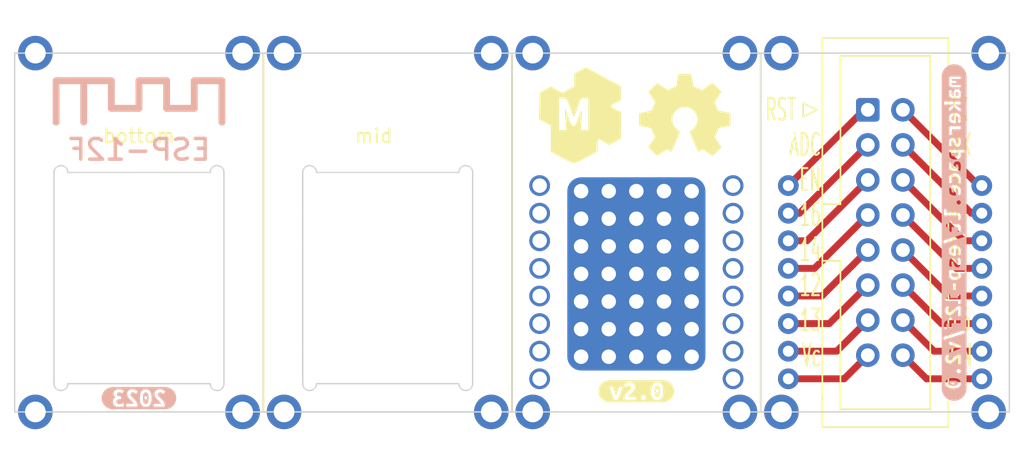
<source format=kicad_pcb>
(kicad_pcb (version 20211014) (generator pcbnew)
  (layers (0 "F.Cu" signal) (31 "B.Cu" signal) (34 "B.Paste" user) (35 "F.Paste" user) (36 "B.SilkS" user "B.Silkscreen") (37 "F.SilkS" user "F.Silkscreen") (38 "B.Mask" user) (39 "F.Mask" user) (44 "Edge.Cuts" user))
  (net 0 "")
  (net 1 "RST")
  (net 2 "TX")
  (net 3 "ADC")
  (net 4 "RX")
  (net 5 "EN")
  (net 6 "IO5")
  (net 7 "IO16")
  (net 8 "IO4")
  (net 9 "IO14")
  (net 10 "IO0")
  (net 11 "IO12")
  (net 12 "IO2")
  (net 13 "IO13")
  (net 14 "IO15")
  (net 15 "Vcc")
  (net 16 "GND")
  (footprint "-local:logo_kms_small_silkscreen" (layer "F.Cu") (at 153 104.474422)
    (fp_text reference "G2" hide)
    (fp_text value "LOGO_KMS" hide)
  )
  (footprint "-local:esp-top" (layer "F.Cu") (at 166.5 100)
    (fp_text reference "U1" hide)
    (fp_text value "top")
    (pad "1" thru_hole circle (at 2 9.6) (size 1.5 1.5) (drill 0.8) (layers *.Cu *.Mask) (net 1 "RST"))
    (pad "2" thru_hole circle (at 2 11.6) (size 1.5 1.5) (drill 0.8) (layers *.Cu *.Mask) (net 3 "ADC"))
    (pad "3" thru_hole circle (at 2 13.6) (size 1.5 1.5) (drill 0.8) (layers *.Cu *.Mask) (net 5 "EN"))
    (pad "4" thru_hole circle (at 2 15.6) (size 1.5 1.5) (drill 0.8) (layers *.Cu *.Mask) (net 7 "IO16"))
    (pad "5" thru_hole circle (at 2 17.6) (size 1.5 1.5) (drill 0.8) (layers *.Cu *.Mask) (net 9 "IO14"))
    (pad "6" thru_hole circle (at 2 19.6) (size 1.5 1.5) (drill 0.8) (layers *.Cu *.Mask) (net 11 "IO12"))
    (pad "7" thru_hole circle (at 2 21.6) (size 1.5 1.5) (drill 0.8) (layers *.Cu *.Mask) (net 13 "IO13"))
    (pad "8" thru_hole circle (at 2 23.6) (size 1.5 1.5) (drill 0.8) (layers *.Cu *.Mask) (net 15 "Vcc"))
    (pad "9" thru_hole circle (at 16 23.6) (size 1.5 1.5) (drill 0.8) (layers *.Cu *.Mask) (net 16 "GND"))
    (pad "10" thru_hole circle (at 16 21.6) (size 1.5 1.5) (drill 0.8) (layers *.Cu *.Mask) (net 14 "IO15"))
    (pad "11" thru_hole circle (at 16 19.6) (size 1.5 1.5) (drill 0.8) (layers *.Cu *.Mask) (net 12 "IO2"))
    (pad "12" thru_hole circle (at 16 17.6) (size 1.5 1.5) (drill 0.8) (layers *.Cu *.Mask) (net 10 "IO0"))
    (pad "13" thru_hole circle (at 16 15.6) (size 1.5 1.5) (drill 0.8) (layers *.Cu *.Mask) (net 8 "IO4"))
    (pad "14" thru_hole circle (at 16 13.6) (size 1.5 1.5) (drill 0.8) (layers *.Cu *.Mask) (net 6 "IO5"))
    (pad "15" thru_hole circle (at 16 11.6) (size 1.5 1.5) (drill 0.8) (layers *.Cu *.Mask) (net 4 "RX"))
    (pad "16" thru_hole circle (at 16 9.6) (size 1.5 1.5) (drill 0.8) (layers *.Cu *.Mask) (net 2 "TX"))
  )
  (footprint "Symbol:OSHW-Symbol_6.7x6mm_SilkScreen" (layer "F.Cu") (at 161 104.5)
    (fp_text reference "G1" hide)
    (fp_text value "Logo_Open_Hardware_Large" hide)
  )
  (footprint "-local:esp-bottom" (layer "F.Cu") (at 112.5 100)
    (fp_text reference "SYM6" hide)
    (fp_text value "bottom")
    (fp_text user "ESP-12F" (at 9 7 unlocked) (layer "B.SilkS") (effects (font (size 1.5 1.5) (thickness 0.25)) (justify mirror)))
    (fp_text user "bottom" (at 9 6 unlocked) (layer "F.SilkS"))
    (pad "" np_thru_hole circle (at 2 23.6) (size 1.05 1.05) (drill 1.05) (layers F&B.Cu *.Mask))
    (pad "" np_thru_hole circle (at 16 19.6) (size 1.05 1.05) (drill 1.05) (layers F&B.Cu *.Mask))
    (pad "" np_thru_hole circle (at 2 13.6) (size 1.05 1.05) (drill 1.05) (layers F&B.Cu *.Mask))
    (pad "" np_thru_hole circle (at 2 11.6) (size 1.05 1.05) (drill 1.05) (layers F&B.Cu *.Mask))
    (pad "" np_thru_hole circle (at 2 15.6) (size 1.05 1.05) (drill 1.05) (layers F&B.Cu *.Mask))
    (pad "" np_thru_hole circle (at 16 9.6) (size 1.05 1.05) (drill 1.05) (layers F&B.Cu *.Mask))
    (pad "" np_thru_hole circle (at 2 9.6) (size 1.05 1.05) (drill 1.05) (layers F&B.Cu *.Mask))
    (pad "" np_thru_hole circle (at 16 23.6) (size 1.05 1.05) (drill 1.05) (layers F&B.Cu *.Mask))
    (pad "" np_thru_hole circle (at 2 17.6) (size 1.05 1.05) (drill 1.05) (layers F&B.Cu *.Mask))
    (pad "" np_thru_hole circle (at 16 13.6) (size 1.05 1.05) (drill 1.05) (layers F&B.Cu *.Mask))
    (pad "" np_thru_hole circle (at 2 19.6) (size 1.05 1.05) (drill 1.05) (layers F&B.Cu *.Mask))
    (pad "" np_thru_hole circle (at 16 17.6) (size 1.05 1.05) (drill 1.05) (layers F&B.Cu *.Mask))
    (pad "" np_thru_hole circle (at 16 11.6) (size 1.05 1.05) (drill 1.05) (layers F&B.Cu *.Mask))
    (pad "" np_thru_hole circle (at 16 21.6) (size 1.05 1.05) (drill 1.05) (layers F&B.Cu *.Mask))
    (pad "" np_thru_hole circle (at 2 21.6) (size 1.05 1.05) (drill 1.05) (layers F&B.Cu *.Mask))
    (pad "" np_thru_hole circle (at 16 15.6) (size 1.05 1.05) (drill 1.05) (layers F&B.Cu *.Mask))
  )
  (footprint "kibuzzard-64235F4D" (layer "F.Cu") (at 157.5 124.5)
    (fp_text reference "kibuzzard-64235F4D" hide)
    (fp_text value "G***" hide)
  )
  (footprint "-local:board" (layer "F.Cu") (at 112.5 100)
    (fp_text reference "SYM1" hide)
    (fp_text value "board_outline")
    (pad "" np_thru_hole circle (at 16 3) (size 0.9 0.9) (drill 0.9) (layers F&B.Cu *.Mask))
    (pad "" np_thru_hole circle (at 5 25) (size 0.9 0.9) (drill 0.9) (layers F&B.Cu *.Mask))
    (pad "" np_thru_hole circle (at 2 6) (size 0.9 0.9) (drill 0.9) (layers F&B.Cu *.Mask))
    (pad "1" thru_hole circle (at 1.5 0) (size 2.5 2.5) (drill 1.5) (layers *.Cu *.Mask))
    (pad "2" thru_hole circle (at 16.5 0) (size 2.5 2.5) (drill 1.5) (layers *.Cu *.Mask))
    (pad "3" thru_hole circle (at 16.5 26) (size 2.5 2.5) (drill 1.5) (layers *.Cu *.Mask))
    (pad "4" thru_hole circle (at 1.5 26) (size 2.5 2.5) (drill 1.5) (layers *.Cu *.Mask))
  )
  (footprint "-local:esp-magnets" (layer "F.Cu") (at 148.5 100)
    (fp_text reference "U2" hide)
    (fp_text value "mag")
    (pad "" thru_hole circle (at 11 12) (size 1.5 1.5) (drill 1.05) (layers *.Cu *.Mask))
    (pad "" thru_hole circle (at 11 20) (size 1.5 1.5) (drill 1.05) (layers *.Cu *.Mask))
    (pad "" thru_hole circle (at 7 16) (size 1.5 1.5) (drill 1.05) (layers *.Cu *.Mask))
    (pad "" thru_hole circle (at 5 10) (size 1.5 1.5) (drill 1.05) (layers *.Cu *.Mask))
    (pad "" thru_hole circle (at 9 22) (size 1.5 1.5) (drill 1.05) (layers *.Cu *.Mask))
    (pad "" thru_hole circle (at 5 14) (size 1.5 1.5) (drill 1.05) (layers *.Cu *.Mask))
    (pad "" thru_hole circle (at 13 12) (size 1.5 1.5) (drill 1.05) (layers *.Cu *.Mask))
    (pad "" thru_hole circle (at 9 10) (size 1.5 1.5) (drill 1.05) (layers *.Cu *.Mask))
    (pad "" thru_hole circle (at 5 18) (size 1.5 1.5) (drill 1.05) (layers *.Cu *.Mask))
    (pad "" thru_hole circle (at 13 18) (size 1.5 1.5) (drill 1.05) (layers *.Cu *.Mask))
    (pad "" thru_hole circle (at 7 22) (size 1.5 1.5) (drill 1.05) (layers *.Cu *.Mask))
    (pad "" thru_hole circle (at 13 20) (size 1.5 1.5) (drill 1.05) (layers *.Cu *.Mask))
    (pad "" thru_hole circle (at 5 12) (size 1.5 1.5) (drill 1.05) (layers *.Cu *.Mask))
    (pad "" thru_hole circle (at 11 10) (size 1.5 1.5) (drill 1.05) (layers *.Cu *.Mask))
    (pad "" thru_hole circle (at 9 18) (size 1.5 1.5) (drill 1.05) (layers *.Cu *.Mask))
    (pad "" thru_hole circle (at 5 22) (size 1.5 1.5) (drill 1.05) (layers *.Cu *.Mask))
    (pad "" thru_hole circle (at 11 18) (size 1.5 1.5) (drill 1.05) (layers *.Cu *.Mask))
    (pad "" thru_hole circle (at 7 10) (size 1.5 1.5) (drill 1.05) (layers *.Cu *.Mask))
    (pad "" thru_hole circle (at 11 14) (size 1.5 1.5) (drill 1.05) (layers *.Cu *.Mask))
    (pad "" thru_hole circle (at 5 20) (size 1.5 1.5) (drill 1.05) (layers *.Cu *.Mask))
    (pad "" thru_hole circle (at 7 18) (size 1.5 1.5) (drill 1.05) (layers *.Cu *.Mask))
    (pad "" thru_hole circle (at 9 20) (size 1.5 1.5) (drill 1.05) (layers *.Cu *.Mask))
    (pad "" thru_hole circle (at 9 12) (size 1.5 1.5) (drill 1.05) (layers *.Cu *.Mask))
    (pad "" thru_hole circle (at 7 12) (size 1.5 1.5) (drill 1.05) (layers *.Cu *.Mask))
    (pad "" thru_hole circle (at 9 14) (size 1.5 1.5) (drill 1.05) (layers *.Cu *.Mask))
    (pad "" thru_hole circle (at 13 10) (size 1.5 1.5) (drill 1.05) (layers *.Cu *.Mask))
    (pad "" thru_hole circle (at 13 14) (size 1.5 1.5) (drill 1.05) (layers *.Cu *.Mask))
    (pad "" smd roundrect (at 9 16) (size 10 14) (layers "B.Cu" "B.Mask") (roundrect_rratio 0.1))
    (pad "" thru_hole circle (at 13 22) (size 1.5 1.5) (drill 1.05) (layers *.Cu *.Mask))
    (pad "" thru_hole circle (at 13 16) (size 1.5 1.5) (drill 1.05) (layers *.Cu *.Mask))
    (pad "" thru_hole circle (at 5 16) (size 1.5 1.5) (drill 1.05) (layers *.Cu *.Mask))
    (pad "" thru_hole circle (at 7 20) (size 1.5 1.5) (drill 1.05) (layers *.Cu *.Mask))
    (pad "" thru_hole circle (at 11 22) (size 1.5 1.5) (drill 1.05) (layers *.Cu *.Mask))
    (pad "" thru_hole circle (at 11 16) (size 1.5 1.5) (drill 1.05) (layers *.Cu *.Mask))
    (pad "" thru_hole circle (at 9 16) (size 1.5 1.5) (drill 1.05) (layers *.Cu *.Mask))
    (pad "" thru_hole circle (at 7 14) (size 1.5 1.5) (drill 1.05) (layers *.Cu *.Mask))
    (pad "1" thru_hole circle (at 2 9.6) (size 1.5 1.5) (drill 1.05) (layers *.Cu *.Mask))
    (pad "2" thru_hole circle (at 2 11.6) (size 1.5 1.5) (drill 1.05) (layers *.Cu *.Mask))
    (pad "3" thru_hole circle (at 2 13.6) (size 1.5 1.5) (drill 1.05) (layers *.Cu *.Mask))
    (pad "4" thru_hole circle (at 2 15.6) (size 1.5 1.5) (drill 1.05) (layers *.Cu *.Mask))
    (pad "5" thru_hole circle (at 2 17.6) (size 1.5 1.5) (drill 1.05) (layers *.Cu *.Mask))
    (pad "6" thru_hole circle (at 2 19.6) (size 1.5 1.5) (drill 1.05) (layers *.Cu *.Mask))
    (pad "7" thru_hole circle (at 2 21.6) (size 1.5 1.5) (drill 1.05) (layers *.Cu *.Mask))
    (pad "8" thru_hole circle (at 2 23.6) (size 1.5 1.5) (drill 1.05) (layers *.Cu *.Mask))
    (pad "9" thru_hole circle (at 16 23.6) (size 1.5 1.5) (drill 1.05) (layers *.Cu *.Mask))
    (pad "10" thru_hole circle (at 16 21.6) (size 1.5 1.5) (drill 1.05) (layers *.Cu *.Mask))
    (pad "11" thru_hole circle (at 16 19.6) (size 1.5 1.5) (drill 1.05) (layers *.Cu *.Mask))
    (pad "12" thru_hole circle (at 16 17.6) (size 1.5 1.5) (drill 1.05) (layers *.Cu *.Mask))
    (pad "13" thru_hole circle (at 16 15.6) (size 1.5 1.5) (drill 1.05) (layers *.Cu *.Mask))
    (pad "14" thru_hole circle (at 16 13.6) (size 1.5 1.5) (drill 1.05) (layers *.Cu *.Mask))
    (pad "15" thru_hole circle (at 16 11.6) (size 1.5 1.5) (drill 1.05) (layers *.Cu *.Mask))
    (pad "16" thru_hole circle (at 16 9.6) (size 1.5 1.5) (drill 1.05) (layers *.Cu *.Mask))
  )
  (footprint "-local:board" (layer "F.Cu") (at 148.5 100)
    (fp_text reference "SYM3" hide)
    (fp_text value "board_outline")
    (pad "" np_thru_hole circle (at 5 25) (size 0.9 0.9) (drill 0.9) (layers F&B.Cu *.Mask))
    (pad "" np_thru_hole circle (at 2 6) (size 0.9 0.9) (drill 0.9) (layers F&B.Cu *.Mask))
    (pad "" np_thru_hole circle (at 16 3) (size 0.9 0.9) (drill 0.9) (layers F&B.Cu *.Mask))
    (pad "1" thru_hole circle (at 1.5 0) (size 2.5 2.5) (drill 1.5) (layers *.Cu *.Mask))
    (pad "2" thru_hole circle (at 16.5 0) (size 2.5 2.5) (drill 1.5) (layers *.Cu *.Mask))
    (pad "3" thru_hole circle (at 16.5 26) (size 2.5 2.5) (drill 1.5) (layers *.Cu *.Mask))
    (pad "4" thru_hole circle (at 1.5 26) (size 2.5 2.5) (drill 1.5) (layers *.Cu *.Mask))
  )
  (footprint "-local:esp-mid" (layer "F.Cu") (at 130.5 100)
    (fp_text reference "SYM5" hide)
    (fp_text value "mid")
    (fp_text user "mid" (at 8 6 unlocked) (layer "F.SilkS"))
    (pad "" np_thru_hole circle (at 2 17.6) (size 1.05 1.05) (drill 1.05) (layers F&B.Cu *.Mask))
    (pad "" np_thru_hole circle (at 2 15.6) (size 1.05 1.05) (drill 1.05) (layers F&B.Cu *.Mask))
    (pad "" np_thru_hole circle (at 2 9.6) (size 1.05 1.05) (drill 1.05) (layers F&B.Cu *.Mask))
    (pad "" np_thru_hole circle (at 16 21.6) (size 1.05 1.05) (drill 1.05) (layers F&B.Cu *.Mask))
    (pad "" np_thru_hole circle (at 2 19.6) (size 1.05 1.05) (drill 1.05) (layers F&B.Cu *.Mask))
    (pad "" np_thru_hole circle (at 2 23.6) (size 1.05 1.05) (drill 1.05) (layers F&B.Cu *.Mask))
    (pad "" np_thru_hole circle (at 16 15.6) (size 1.05 1.05) (drill 1.05) (layers F&B.Cu *.Mask))
    (pad "" np_thru_hole circle (at 16 19.6) (size 1.05 1.05) (drill 1.05) (layers F&B.Cu *.Mask))
    (pad "" np_thru_hole circle (at 2 11.6) (size 1.05 1.05) (drill 1.05) (layers F&B.Cu *.Mask))
    (pad "" np_thru_hole circle (at 16 17.6) (size 1.05 1.05) (drill 1.05) (layers F&B.Cu *.Mask))
    (pad "" np_thru_hole circle (at 2 13.6) (size 1.05 1.05) (drill 1.05) (layers F&B.Cu *.Mask))
    (pad "" np_thru_hole circle (at 16 11.6) (size 1.05 1.05) (drill 1.05) (layers F&B.Cu *.Mask))
    (pad "" np_thru_hole circle (at 16 13.6) (size 1.05 1.05) (drill 1.05) (layers F&B.Cu *.Mask))
    (pad "" np_thru_hole circle (at 16 23.6) (size 1.05 1.05) (drill 1.05) (layers F&B.Cu *.Mask))
    (pad "" np_thru_hole circle (at 16 9.6) (size 1.05 1.05) (drill 1.05) (layers F&B.Cu *.Mask))
    (pad "" np_thru_hole circle (at 2 21.6) (size 1.05 1.05) (drill 1.05) (layers F&B.Cu *.Mask))
  )
  (footprint "-local:board" (layer "F.Cu") (at 130.5 100)
    (fp_text reference "SYM2" hide)
    (fp_text value "board_outline")
    (pad "" np_thru_hole circle (at 5 25) (size 0.9 0.9) (drill 0.9) (layers F&B.Cu *.Mask))
    (pad "" np_thru_hole circle (at 16 3) (size 0.9 0.9) (drill 0.9) (layers F&B.Cu *.Mask))
    (pad "" np_thru_hole circle (at 2 6) (size 0.9 0.9) (drill 0.9) (layers F&B.Cu *.Mask))
    (pad "1" thru_hole circle (at 1.5 0) (size 2.5 2.5) (drill 1.5) (layers *.Cu *.Mask))
    (pad "2" thru_hole circle (at 16.5 0) (size 2.5 2.5) (drill 1.5) (layers *.Cu *.Mask))
    (pad "3" thru_hole circle (at 16.5 26) (size 2.5 2.5) (drill 1.5) (layers *.Cu *.Mask))
    (pad "4" thru_hole circle (at 1.5 26) (size 2.5 2.5) (drill 1.5) (layers *.Cu *.Mask))
  )
  (footprint "-local:board" (layer "F.Cu") (at 166.5 100)
    (fp_text reference "SYM4" hide)
    (fp_text value "board_outline")
    (pad "" np_thru_hole circle (at 5 25) (size 0.9 0.9) (drill 0.9) (layers F&B.Cu *.Mask))
    (pad "" np_thru_hole circle (at 16 3) (size 0.9 0.9) (drill 0.9) (layers F&B.Cu *.Mask))
    (pad "" np_thru_hole circle (at 2 6) (size 0.9 0.9) (drill 0.9) (layers F&B.Cu *.Mask))
    (pad "1" thru_hole circle (at 1.5 0) (size 2.5 2.5) (drill 1.5) (layers *.Cu *.Mask))
    (pad "2" thru_hole circle (at 16.5 0) (size 2.5 2.5) (drill 1.5) (layers *.Cu *.Mask))
    (pad "3" thru_hole circle (at 16.5 26) (size 2.5 2.5) (drill 1.5) (layers *.Cu *.Mask))
    (pad "4" thru_hole circle (at 1.5 26) (size 2.5 2.5) (drill 1.5) (layers *.Cu *.Mask))
  )
  (footprint "Connector_IDC:IDC-Header_2x08_P2.54mm_Vertical" (layer "F.Cu") (at 174.2525 104.11)
    (fp_text reference "J1" hide)
    (fp_text value "IDC 2x8")
    (pad "1" thru_hole roundrect (at 0 0) (size 1.7 1.7) (drill 1) (layers *.Cu *.Mask) (roundrect_rratio 0.147059) (net 1 "RST"))
    (pad "2" thru_hole circle (at 2.54 0) (size 1.7 1.7) (drill 1) (layers *.Cu *.Mask) (net 2 "TX"))
    (pad "3" thru_hole circle (at 0 2.54) (size 1.7 1.7) (drill 1) (layers *.Cu *.Mask) (net 3 "ADC"))
    (pad "4" thru_hole circle (at 2.54 2.54) (size 1.7 1.7) (drill 1) (layers *.Cu *.Mask) (net 4 "RX"))
    (pad "5" thru_hole circle (at 0 5.08) (size 1.7 1.7) (drill 1) (layers *.Cu *.Mask) (net 5 "EN"))
    (pad "6" thru_hole circle (at 2.54 5.08) (size 1.7 1.7) (drill 1) (layers *.Cu *.Mask) (net 6 "IO5"))
    (pad "7" thru_hole circle (at 0 7.62) (size 1.7 1.7) (drill 1) (layers *.Cu *.Mask) (net 7 "IO16"))
    (pad "8" thru_hole circle (at 2.54 7.62) (size 1.7 1.7) (drill 1) (layers *.Cu *.Mask) (net 8 "IO4"))
    (pad "9" thru_hole circle (at 0 10.16) (size 1.7 1.7) (drill 1) (layers *.Cu *.Mask) (net 9 "IO14"))
    (pad "10" thru_hole circle (at 2.54 10.16) (size 1.7 1.7) (drill 1) (layers *.Cu *.Mask) (net 10 "IO0"))
    (pad "11" thru_hole circle (at 0 12.7) (size 1.7 1.7) (drill 1) (layers *.Cu *.Mask) (net 11 "IO12"))
    (pad "12" thru_hole circle (at 2.54 12.7) (size 1.7 1.7) (drill 1) (layers *.Cu *.Mask) (net 12 "IO2"))
    (pad "13" thru_hole circle (at 0 15.24) (size 1.7 1.7) (drill 1) (layers *.Cu *.Mask) (net 13 "IO13"))
    (pad "14" thru_hole circle (at 2.54 15.24) (size 1.7 1.7) (drill 1) (layers *.Cu *.Mask) (net 14 "IO15"))
    (pad "15" thru_hole circle (at 0 17.78) (size 1.7 1.7) (drill 1) (layers *.Cu *.Mask) (net 15 "Vcc"))
    (pad "16" thru_hole circle (at 2.54 17.78) (size 1.7 1.7) (drill 1) (layers *.Cu *.Mask) (net 16 "GND"))
  )
  (footprint "kibuzzard-64235F14" (layer "B.Cu") (at 121.5 125 180)
    (fp_text reference "kibuzzard-64235F14" hide)
    (fp_text value "G***" hide)
  )
  (footprint "kibuzzard-64235FFD" (layer "B.Cu") (at 180.5 113 -90)
    (fp_text reference "kibuzzard-64235FFD" hide)
    (fp_text value "G***" hide)
  )
  (gr_line (start 166.5 100) (end 166.5 126) (layer "F.SilkS") (width 0.15))
  (gr_line (start 148.5 126) (end 148.5 100) (layer "F.SilkS") (width 0.15))
  (gr_line (start 130.5 100) (end 130.5 126) (layer "F.SilkS") (width 0.15))
  (gr_line (start 145.65 108.65) (end 145.65 123.95) (layer "Edge.Cuts") (width 0.1))
  (gr_line (start 166.5 126) (end 166.5 100) (layer "Edge.Cuts") (width 0.1))
  (gr_line (start 126.65 123.95) (end 116.35 123.95) (layer "Edge.Cuts") (width 0.1))
  (gr_arc (start 115.35 108.65) (mid 115.85 108.15) (end 116.35 108.65) (layer "Edge.Cuts") (width 0.1))
  (gr_arc (start 116.35 123.95) (mid 115.85 124.45) (end 115.35 123.95) (layer "Edge.Cuts") (width 0.1))
  (gr_arc (start 145.65 123.95) (mid 145.15 124.45) (end 144.65 123.95) (layer "Edge.Cuts") (width 0.1))
  (gr_line (start 112.5 126) (end 184.5 126) (layer "Edge.Cuts") (width 0.1))
  (gr_line (start 184.5 126) (end 184.5 100) (layer "Edge.Cuts") (width 0.1))
  (gr_line (start 115.35 123.95) (end 115.35 108.65) (layer "Edge.Cuts") (width 0.1))
  (gr_arc (start 127.65 123.95) (mid 127.15 124.45) (end 126.65 123.95) (layer "Edge.Cuts") (width 0.1))
  (gr_line (start 134.35 123.95) (end 144.65 123.95) (layer "Edge.Cuts") (width 0.1))
  (gr_arc (start 133.35 108.65) (mid 133.85 108.15) (end 134.35 108.65) (layer "Edge.Cuts") (width 0.1))
  (gr_line (start 184.5 100) (end 112.5 100) (layer "Edge.Cuts") (width 0.1))
  (gr_line (start 134.35 108.65) (end 144.65 108.65) (layer "Edge.Cuts") (width 0.1))
  (gr_line (start 130.5 126) (end 148.5 126) (layer "Edge.Cuts") (width 0.1))
  (gr_line (start 148.5 100) (end 148.5 126) (layer "Edge.Cuts") (width 0.1))
  (gr_line (start 130.5 100) (end 130.5 126) (layer "Edge.Cuts") (width 0.1))
  (gr_arc (start 134.35 123.95) (mid 133.85 124.45) (end 133.35 123.95) (layer "Edge.Cuts") (width 0.1))
  (gr_line (start 133.35 123.95) (end 133.35 108.65) (layer "Edge.Cuts") (width 0.1))
  (gr_line (start 127.65 108.65) (end 127.65 123.95) (layer "Edge.Cuts") (width 0.1))
  (gr_arc (start 144.65 108.65) (mid 145.15 108.15) (end 145.65 108.65) (layer "Edge.Cuts") (width 0.1))
  (gr_line (start 112.5 100) (end 112.5 126) (layer "Edge.Cuts") (width 0.1))
  (gr_line (start 116.35 108.65) (end 126.65 108.65) (layer "Edge.Cuts") (width 0.1))
  (gr_arc (start 126.65 108.65) (mid 127.15 108.15) (end 127.65 108.65) (layer "Edge.Cuts") (width 0.1))
  (gr_text "RST   \nADC\nEN\n16\n14\n12\n13\nVc" (at 170.9625 113) (layer "F.SilkS") (effects (font (size 1.58 0.8)) (justify right)))
  (gr_text "TX\nRX\n5\n4\n0\n2\n15\nGN" (at 180.0825 113) (layer "F.SilkS") (effects (font (size 1.58 0.8)) (justify left)))
  (segment (start 174.2525 104.11) (end 173.99 104.11) (width 0.5) (layer "F.Cu") (net 1))
  (segment (start 173.99 104.11) (end 168.5 109.6) (width 0.5) (layer "F.Cu") (net 1))
  (segment (start 176.7925 104.11) (end 182.2825 109.6) (width 0.5) (layer "F.Cu") (net 2))
  (segment (start 182.2825 109.6) (end 182.5 109.6) (width 0.5) (layer "F.Cu") (net 2))
  (segment (start 169.3025 111.6) (end 168.5 111.6) (width 0.5) (layer "F.Cu") (net 3))
  (segment (start 174.2525 106.65) (end 169.3025 111.6) (width 0.5) (layer "F.Cu") (net 3))
  (segment (start 181.7425 111.6) (end 182.5 111.6) (width 0.5) (layer "F.Cu") (net 4))
  (segment (start 176.7925 106.65) (end 181.7425 111.6) (width 0.5) (layer "F.Cu") (net 4))
  (segment (start 174.2525 109.19) (end 169.8425 113.6) (width 0.5) (layer "F.Cu") (net 5))
  (segment (start 169.8425 113.6) (end 168.5 113.6) (width 0.5) (layer "F.Cu") (net 5))
  (segment (start 176.7925 109.19) (end 181.2025 113.6) (width 0.5) (layer "F.Cu") (net 6))
  (segment (start 181.2025 113.6) (end 182.5 113.6) (width 0.5) (layer "F.Cu") (net 6))
  (segment (start 174.2525 111.73) (end 170.3825 115.6) (width 0.5) (layer "F.Cu") (net 7))
  (segment (start 170.3825 115.6) (end 168.5 115.6) (width 0.5) (layer "F.Cu") (net 7))
  (segment (start 176.7925 111.73) (end 180.6625 115.6) (width 0.5) (layer "F.Cu") (net 8))
  (segment (start 180.6625 115.6) (end 182.5 115.6) (width 0.5) (layer "F.Cu") (net 8))
  (segment (start 170.9225 117.6) (end 168.5 117.6) (width 0.5) (layer "F.Cu") (net 9))
  (segment (start 174.2525 114.27) (end 170.9225 117.6) (width 0.5) (layer "F.Cu") (net 9))
  (segment (start 180.1225 117.6) (end 182.5 117.6) (width 0.5) (layer "F.Cu") (net 10))
  (segment (start 176.7925 114.27) (end 180.1225 117.6) (width 0.5) (layer "F.Cu") (net 10))
  (segment (start 174.2525 116.81) (end 171.4625 119.6) (width 0.5) (layer "F.Cu") (net 11))
  (segment (start 171.4625 119.6) (end 168.5 119.6) (width 0.5) (layer "F.Cu") (net 11))
  (segment (start 179.5825 119.6) (end 182.5 119.6) (width 0.5) (layer "F.Cu") (net 12))
  (segment (start 176.7925 116.81) (end 179.5825 119.6) (width 0.5) (layer "F.Cu") (net 12))
  (segment (start 172.0025 121.6) (end 168.5 121.6) (width 0.5) (layer "F.Cu") (net 13))
  (segment (start 174.2525 119.35) (end 172.0025 121.6) (width 0.5) (layer "F.Cu") (net 13))
  (segment (start 176.7925 119.35) (end 179.0425 121.6) (width 0.5) (layer "F.Cu") (net 14))
  (segment (start 179.0425 121.6) (end 182.5 121.6) (width 0.5) (layer "F.Cu") (net 14))
  (segment (start 172.5425 123.6) (end 168.5 123.6) (width 0.5) (layer "F.Cu") (net 15))
  (segment (start 174.2525 121.89) (end 172.5425 123.6) (width 0.5) (layer "F.Cu") (net 15))
  (segment (start 176.7925 121.89) (end 178.5025 123.6) (width 0.5) (layer "F.Cu") (net 16))
  (segment (start 178.5025 123.6) (end 182.5 123.6) (width 0.5) (layer "F.Cu") (net 16))
)
</source>
